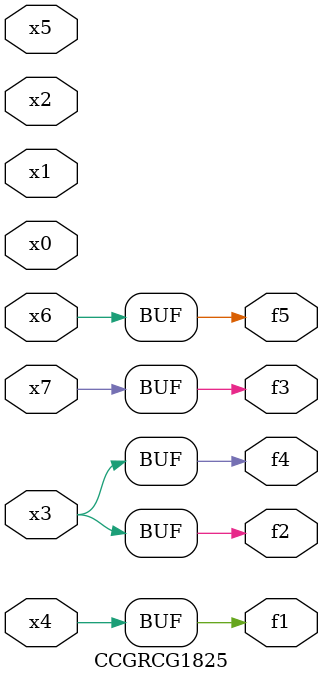
<source format=v>
module CCGRCG1825(
	input x0, x1, x2, x3, x4, x5, x6, x7,
	output f1, f2, f3, f4, f5
);
	assign f1 = x4;
	assign f2 = x3;
	assign f3 = x7;
	assign f4 = x3;
	assign f5 = x6;
endmodule

</source>
